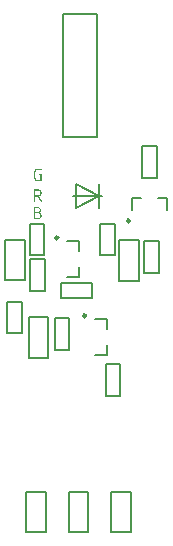
<source format=gto>
G04 Layer_Color=65535*
%FSLAX44Y44*%
%MOMM*%
G71*
G01*
G75*
%ADD22C,0.2500*%
%ADD23C,0.2000*%
G36*
X65855Y298995D02*
X65972D01*
X66109Y298975D01*
X66401Y298897D01*
X66753Y298780D01*
X67123Y298624D01*
X67513Y298390D01*
X67689Y298234D01*
X67864Y298078D01*
X67884Y298058D01*
X67903Y298039D01*
X67943Y297980D01*
X68021Y297922D01*
X68157Y297727D01*
X68333Y297454D01*
X68508Y297142D01*
X68664Y296751D01*
X68762Y296322D01*
X68781Y296088D01*
X68801Y295854D01*
Y295835D01*
Y295757D01*
X68781Y295640D01*
Y295503D01*
X68742Y295327D01*
X68703Y295132D01*
X68645Y294898D01*
X68567Y294664D01*
X68469Y294430D01*
X68333Y294177D01*
X68196Y293943D01*
X68001Y293708D01*
X67786Y293474D01*
X67533Y293260D01*
X67240Y293084D01*
X66909Y292928D01*
X68742Y289261D01*
X68762Y289241D01*
X68781Y289183D01*
X68801Y289105D01*
Y289007D01*
Y288968D01*
X68781Y288890D01*
X68723Y288773D01*
X68625Y288656D01*
X68606Y288636D01*
X68528Y288578D01*
X68411Y288519D01*
X68274Y288500D01*
X68216D01*
X68099Y288539D01*
X68001Y288578D01*
X67923Y288617D01*
X67845Y288695D01*
X67786Y288793D01*
X65836Y292694D01*
X65816D01*
X65777Y292714D01*
X63553D01*
Y289027D01*
Y289007D01*
Y288949D01*
X63534Y288851D01*
X63495Y288773D01*
X63417Y288675D01*
X63339Y288578D01*
X63202Y288519D01*
X63027Y288500D01*
X62949D01*
X62851Y288519D01*
X62773Y288559D01*
X62675Y288617D01*
X62578Y288715D01*
X62519Y288832D01*
X62500Y289007D01*
Y298488D01*
Y298507D01*
Y298566D01*
X62519Y298663D01*
X62558Y298761D01*
X62617Y298839D01*
X62715Y298936D01*
X62832Y298995D01*
X63007Y299014D01*
X65777D01*
X65855Y298995D01*
D02*
G37*
G36*
X68450Y316495D02*
X68547Y316456D01*
X68625Y316378D01*
X68723Y316300D01*
X68781Y316163D01*
X68801Y315988D01*
Y315968D01*
Y315910D01*
X68781Y315812D01*
X68742Y315734D01*
X68664Y315637D01*
X68586Y315539D01*
X68450Y315480D01*
X68274Y315461D01*
X64997D01*
X64880Y315441D01*
X64724Y315402D01*
X64548Y315344D01*
X64373Y315266D01*
X64178Y315149D01*
X64002Y314993D01*
X63983Y314973D01*
X63924Y314915D01*
X63865Y314817D01*
X63787Y314681D01*
X63690Y314525D01*
X63631Y314329D01*
X63573Y314115D01*
X63553Y313881D01*
Y308614D01*
Y308594D01*
Y308497D01*
X63573Y308380D01*
X63612Y308224D01*
X63670Y308048D01*
X63748Y307873D01*
X63846Y307678D01*
X64002Y307502D01*
X64022Y307482D01*
X64080Y307424D01*
X64178Y307365D01*
X64314Y307287D01*
X64470Y307190D01*
X64665Y307131D01*
X64880Y307073D01*
X65114Y307053D01*
X67747D01*
Y311247D01*
X66616D01*
X66518Y311267D01*
X66440Y311306D01*
X66343Y311384D01*
X66245Y311462D01*
X66187Y311598D01*
X66167Y311774D01*
Y311794D01*
Y311852D01*
X66187Y311950D01*
X66226Y312047D01*
X66304Y312125D01*
X66382Y312223D01*
X66518Y312281D01*
X66694Y312301D01*
X68352D01*
X68450Y312281D01*
X68547Y312242D01*
X68625Y312164D01*
X68723Y312086D01*
X68781Y311950D01*
X68801Y311774D01*
Y306507D01*
Y306488D01*
Y306429D01*
X68781Y306351D01*
X68742Y306254D01*
X68664Y306156D01*
X68586Y306078D01*
X68450Y306019D01*
X68274Y306000D01*
X65016D01*
X64938Y306019D01*
X64724Y306039D01*
X64470Y306098D01*
X64178Y306195D01*
X63865Y306312D01*
X63553Y306507D01*
X63261Y306761D01*
X63222Y306800D01*
X63144Y306897D01*
X63027Y307053D01*
X62890Y307287D01*
X62734Y307541D01*
X62617Y307873D01*
X62539Y308224D01*
X62500Y308614D01*
Y313881D01*
Y313900D01*
Y313939D01*
Y313978D01*
X62519Y314056D01*
X62539Y314271D01*
X62597Y314525D01*
X62695Y314817D01*
X62812Y315129D01*
X63007Y315441D01*
X63261Y315734D01*
X63300Y315773D01*
X63397Y315851D01*
X63553Y315988D01*
X63787Y316124D01*
X64041Y316261D01*
X64373Y316397D01*
X64724Y316475D01*
X65114Y316514D01*
X68352D01*
X68450Y316495D01*
D02*
G37*
G36*
X65836Y283995D02*
X66031Y283975D01*
X66284Y283917D01*
X66596Y283839D01*
X66909Y283702D01*
X67221Y283507D01*
X67513Y283254D01*
X67552Y283215D01*
X67630Y283117D01*
X67747Y282961D01*
X67903Y282727D01*
X68040Y282454D01*
X68157Y282142D01*
X68235Y281791D01*
X68274Y281381D01*
Y281361D01*
Y281322D01*
Y281264D01*
X68255Y281166D01*
X68216Y280932D01*
X68157Y280659D01*
X68040Y280327D01*
X67864Y279976D01*
X67747Y279820D01*
X67630Y279645D01*
X67474Y279489D01*
X67299Y279333D01*
X67318Y279313D01*
X67357Y279294D01*
X67435Y279235D01*
X67533Y279157D01*
X67650Y279079D01*
X67767Y278962D01*
X67903Y278825D01*
X68060Y278669D01*
X68196Y278474D01*
X68333Y278279D01*
X68450Y278065D01*
X68567Y277811D01*
X68664Y277558D01*
X68742Y277265D01*
X68781Y276972D01*
X68801Y276641D01*
Y276621D01*
Y276582D01*
Y276524D01*
X68781Y276426D01*
Y276309D01*
X68762Y276173D01*
X68684Y275880D01*
X68567Y275529D01*
X68411Y275158D01*
X68176Y274768D01*
X68021Y274592D01*
X67864Y274417D01*
X67845D01*
X67825Y274378D01*
X67767Y274339D01*
X67708Y274280D01*
X67513Y274124D01*
X67240Y273968D01*
X66928Y273793D01*
X66538Y273636D01*
X66109Y273539D01*
X65875Y273519D01*
X65641Y273500D01*
X62929D01*
X62851Y273519D01*
X62754Y273559D01*
X62656Y273617D01*
X62578Y273715D01*
X62519Y273832D01*
X62500Y274007D01*
Y283488D01*
Y283507D01*
Y283566D01*
X62519Y283663D01*
X62558Y283761D01*
X62617Y283839D01*
X62715Y283936D01*
X62832Y283995D01*
X63007Y284014D01*
X65758D01*
X65836Y283995D01*
D02*
G37*
%LPC*%
G36*
X65641Y297961D02*
X63553D01*
Y293767D01*
X65680D01*
X65797Y293786D01*
X65953Y293806D01*
X66148Y293845D01*
X66382Y293923D01*
X66635Y294021D01*
X66889Y294177D01*
X67123Y294372D01*
X67143Y294391D01*
X67221Y294489D01*
X67318Y294606D01*
X67435Y294781D01*
X67552Y294996D01*
X67650Y295250D01*
X67728Y295542D01*
X67747Y295854D01*
Y295874D01*
Y295893D01*
Y296010D01*
X67708Y296166D01*
X67669Y296361D01*
X67591Y296595D01*
X67494Y296849D01*
X67338Y297103D01*
X67123Y297337D01*
X67104Y297356D01*
X67006Y297434D01*
X66889Y297532D01*
X66714Y297649D01*
X66499Y297766D01*
X66245Y297863D01*
X65953Y297941D01*
X65641Y297961D01*
D02*
G37*
G36*
Y282961D02*
X63553D01*
Y279801D01*
X65758D01*
X65875Y279820D01*
X66031Y279859D01*
X66187Y279918D01*
X66382Y279996D01*
X66577Y280093D01*
X66753Y280250D01*
X66772Y280269D01*
X66831Y280327D01*
X66909Y280425D01*
X66987Y280562D01*
X67065Y280737D01*
X67143Y280932D01*
X67201Y281147D01*
X67221Y281381D01*
Y281400D01*
Y281498D01*
X67201Y281615D01*
X67162Y281771D01*
X67104Y281927D01*
X67026Y282122D01*
X66909Y282317D01*
X66753Y282493D01*
X66733Y282512D01*
X66674Y282571D01*
X66577Y282649D01*
X66440Y282727D01*
X66284Y282805D01*
X66089Y282883D01*
X65875Y282941D01*
X65641Y282961D01*
D02*
G37*
G36*
Y278747D02*
X63553D01*
Y274553D01*
X65680D01*
X65797Y274573D01*
X65953Y274592D01*
X66148Y274631D01*
X66382Y274709D01*
X66635Y274807D01*
X66889Y274963D01*
X67123Y275158D01*
X67143Y275178D01*
X67221Y275275D01*
X67318Y275392D01*
X67435Y275568D01*
X67552Y275782D01*
X67650Y276036D01*
X67728Y276329D01*
X67747Y276641D01*
Y276660D01*
Y276680D01*
Y276797D01*
X67708Y276953D01*
X67669Y277148D01*
X67591Y277382D01*
X67494Y277635D01*
X67338Y277889D01*
X67123Y278123D01*
X67104Y278143D01*
X67006Y278221D01*
X66889Y278318D01*
X66714Y278435D01*
X66499Y278552D01*
X66245Y278650D01*
X65953Y278728D01*
X65641Y278747D01*
D02*
G37*
%LPD*%
D22*
X106250Y192000D02*
G03*
X106250Y192000I-1250J0D01*
G01*
X143500Y272250D02*
G03*
X143500Y272250I-1250J0D01*
G01*
X82750Y258000D02*
G03*
X82750Y258000I-1250J0D01*
G01*
D23*
X87250Y343050D02*
X115250D01*
X87250Y447350D02*
X115250D01*
X87250Y343050D02*
Y447350D01*
X115250Y343050D02*
Y447350D01*
X117500Y283500D02*
Y303500D01*
X97500Y283500D02*
Y303500D01*
X95000Y293500D02*
X120000D01*
X97500Y303500D02*
X117500Y293500D01*
X97500Y283500D02*
X117500Y293500D01*
X144250Y9000D02*
Y43000D01*
X127750Y9000D02*
Y43000D01*
X144250D01*
X127750Y9000D02*
X144250D01*
X108250D02*
Y43000D01*
X91750Y9000D02*
Y43000D01*
X108250D01*
X91750Y9000D02*
X108250D01*
X72250D02*
Y43000D01*
X55750Y9000D02*
Y43000D01*
X72250D01*
X55750Y9000D02*
X72250D01*
X123000Y124250D02*
Y150750D01*
X135500Y124250D02*
Y150750D01*
X123000Y124250D02*
X135500D01*
X123000Y150750D02*
X135500D01*
X52000Y177250D02*
Y203750D01*
X39500Y177250D02*
Y203750D01*
X52000D01*
X39500Y177250D02*
X52000D01*
X166500Y308750D02*
Y335250D01*
X154000Y308750D02*
Y335250D01*
X166500D01*
X154000Y308750D02*
X166500D01*
X130750Y243000D02*
Y269500D01*
X118250Y243000D02*
Y269500D01*
X130750D01*
X118250Y243000D02*
X130750D01*
X85250Y219500D02*
X111750D01*
X85250Y207000D02*
X111750D01*
X85250D02*
Y219500D01*
X111750Y207000D02*
Y219500D01*
X71000Y243000D02*
Y269500D01*
X58500Y243000D02*
Y269500D01*
X71000D01*
X58500Y243000D02*
X71000D01*
X114000Y189000D02*
X124000D01*
Y181000D02*
Y189000D01*
X114000Y159000D02*
X124000D01*
Y167000D01*
X145250Y281250D02*
Y291250D01*
X153250D01*
X175250Y281250D02*
Y291250D01*
X167250D02*
X175250D01*
X90500Y255000D02*
X100500D01*
Y247000D02*
Y255000D01*
X90500Y225000D02*
X100500D01*
Y233000D01*
X92250Y163250D02*
Y189750D01*
X79750Y163250D02*
Y189750D01*
X92250D01*
X79750Y163250D02*
X92250D01*
X167750Y228500D02*
Y255000D01*
X155250Y228500D02*
Y255000D01*
X167750D01*
X155250Y228500D02*
X167750D01*
X71250Y213250D02*
Y239750D01*
X58750Y213250D02*
Y239750D01*
X71250D01*
X58750Y213250D02*
X71250D01*
X57750Y156500D02*
X74250D01*
X57750Y190500D02*
X74250D01*
X57750Y156500D02*
Y190500D01*
X74250Y156500D02*
Y190500D01*
X134500Y221750D02*
X151000D01*
X134500Y255750D02*
X151000D01*
X134500Y221750D02*
Y255750D01*
X151000Y221750D02*
Y255750D01*
X38000Y222000D02*
X54500D01*
X38000Y256000D02*
X54500D01*
X38000Y222000D02*
Y256000D01*
X54500Y222000D02*
Y256000D01*
M02*

</source>
